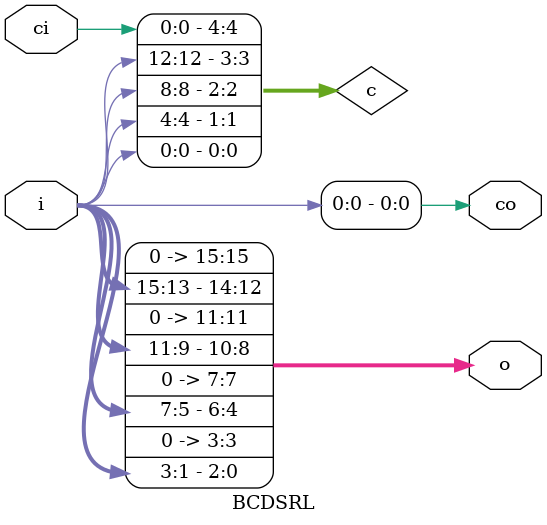
<source format=sv>
`timescale 1ns / 1ps

module BCDAddNyb(ci,a,b,o,c);
input ci;		// carry input
input [3:0] a;
input [3:0] b;
output [3:0] o;
output c;

wire c0;

reg [4:0] hsN0;
always  @*
begin
	hsN0 = a[3:0] + b[3:0] + ci;
	if (hsN0 > 5'd9)
		hsN0 = hsN0 + 3'd6;
end		
assign o = hsN0[3:0];
assign c = hsN0[4];

endmodule

module BCDAdd(ci,a,b,o,c);
input ci;		// carry input
input [7:0] a;
input [7:0] b;
output [7:0] o;
output c;

wire c0,c1;

wire [4:0] hsN0 = a[3:0] + b[3:0] + ci;
wire [4:0] hsN1 = a[7:4] + b[7:4] + c0;

BCDAddAdjust u1 (hsN0,o[3:0],c0);
BCDAddAdjust u2 (hsN1,o[7:4],c);

endmodule

module BCDAdd4(ci,a,b,o,c,c8);
input ci;		// carry input
input [15:0] a;
input [15:0] b;
output [15:0] o;
output c;
output c8;

wire c0,c1,c2;
assign c8 = c1;

wire [4:0] hsN0 = a[3:0] + b[3:0] + ci;
wire [4:0] hsN1 = a[7:4] + b[7:4] + c0;
wire [4:0] hsN2 = a[11:8] + b[11:8] + c1;
wire [4:0] hsN3 = a[15:12] + b[15:12] + c2;

BCDAddAdjust u1 (hsN0,o[3:0],c0);
BCDAddAdjust u2 (hsN1,o[7:4],c1);
BCDAddAdjust u3 (hsN2,o[11:8],c2);
BCDAddAdjust u4 (hsN3,o[15:12],c);

endmodule

module BCDAddNClk(clk,ci,a,b,o,co);
parameter N=25;
input clk;
input ci;
input [N*4-1:0] a;
input [N*4-1:0] b;
output reg [N*4-1:0] o;
output reg co;

reg [N-1:0] cg;
wire [N*4-1:0] s;
reg [N*4-1:0] on [0:3];
reg [3:0] cn;

genvar g;
generate begin :gAdd
	for (g = 0; g < N; g = g + 1) begin : gaddloop
	BCDAddNyb u1 (
		.ci(g==0 ? ci : cg[g-1]),
		.a(a[g*4+3:g*4]),
		.b(b[g*4+3:g*4]),
		.o(s[g*4+3:g*4]),
		.c(cg[g])
	);
	end
end
endgenerate

always_ff @(posedge clk)
	on[0] <= s;
always_ff @(posedge clk)
	on[1] <= on[0];
always_ff @(posedge clk)
	on[2] <= on[1];
always_ff @(posedge clk)
	o <= on[2];
always_ff @(posedge clk)
	cn[0] <= cg[N-1];
always_ff @(posedge clk)
	cn[1] <= cn[0];
always_ff @(posedge clk)
	cn[2] <= cn[1];
always_ff @(posedge clk)
	co <= cn[2];

endmodule

module BCDAddN(ci,a,b,o,co);
parameter N=25;
input ci;
input [N*4-1:0] a;
input [N*4-1:0] b;
output [N*4-1:0] o;
output co;

reg [N-1:0] cg;
wire [N*4-1:0] s;

genvar g;
generate begin :gAdd
	for (g = 0; g < N; g = g + 1) begin : gaddloop
	BCDAddNyb u1 (
		.ci(g==0 ? ci : cg[g-1]),
		.a(a[g*4+3:g*4]),
		.b(b[g*4+3:g*4]),
		.o(s[g*4+3:g*4]),
		.c(cg[g])
	);
	end
end
endgenerate

assign o = s;
assign co = cg[N-1];

endmodule

/*
module BCDAddN(ci,a,b,o,co);
parameter N=24;
input ci;		// carry input
input [N*4-1:0] a;
input [N*4-1:0] b;
output [N*4-1:0] o;
output co;

genvar g;
generate begin : gBCDAddN
reg [4:0] hsN [0:N-1];
wire [N:0] c;

assign c[0] = ci;
assign co = c[N];

for (g = 0; g < N; g = g + 1)
	always @*
		hsN[g] = a[g*4+3:g*4] + b[g*4+3:g*4] + c[g];

for (g = 0; g < N; g = g + 1)
	BCDAddAdjust u1 (hsN[g],o[g*4+3:g*4],c[g+1]);
end
endgenerate

endmodule
*/
module BCDAddAdjust(i,o,c);
input [4:0] i;
output [3:0] o;
reg [3:0] o;
output c;
reg c;
always @(i)
case(i)
5'h0: begin o = 4'h0; c = 1'b0; end
5'h1: begin o = 4'h1; c = 1'b0; end
5'h2: begin o = 4'h2; c = 1'b0; end
5'h3: begin o = 4'h3; c = 1'b0; end
5'h4: begin o = 4'h4; c = 1'b0; end
5'h5: begin o = 4'h5; c = 1'b0; end
5'h6: begin o = 4'h6; c = 1'b0; end
5'h7: begin o = 4'h7; c = 1'b0; end
5'h8: begin o = 4'h8; c = 1'b0; end
5'h9: begin o = 4'h9; c = 1'b0; end
5'hA: begin o = 4'h0; c = 1'b1; end
5'hB: begin o = 4'h1; c = 1'b1; end
5'hC: begin o = 4'h2; c = 1'b1; end
5'hD: begin o = 4'h3; c = 1'b1; end
5'hE: begin o = 4'h4; c = 1'b1; end
5'hF: begin o = 4'h5; c = 1'b1; end
5'h10:	begin o = 4'h6; c = 1'b1; end
5'h11:	begin o = 4'h7; c = 1'b1; end
5'h12:	begin o = 4'h8; c = 1'b1; end
5'h13:	begin o = 4'h9; c = 1'b1; end
default:	begin o = 4'h9; c = 1'b1; end
endcase
endmodule

module BCDSubAdjust(i,o,c);
input [4:0] i;
output [3:0] o;
reg [3:0] o;
output c;
reg c;
always @(i)
case(i)
5'h0: begin o = 4'h0; c = 1'b0; end
5'h1: begin o = 4'h1; c = 1'b0; end
5'h2: begin o = 4'h2; c = 1'b0; end
5'h3: begin o = 4'h3; c = 1'b0; end
5'h4: begin o = 4'h4; c = 1'b0; end
5'h5: begin o = 4'h5; c = 1'b0; end
5'h6: begin o = 4'h6; c = 1'b0; end
5'h7: begin o = 4'h7; c = 1'b0; end
5'h8: begin o = 4'h8; c = 1'b0; end
5'h9: begin o = 4'h9; c = 1'b0; end
5'h16: begin o = 4'h0; c = 1'b1; end
5'h17: begin o = 4'h1; c = 1'b1; end
5'h18: begin o = 4'h2; c = 1'b1; end
5'h19: begin o = 4'h3; c = 1'b1; end
5'h1A: begin o = 4'h4; c = 1'b1; end
5'h1B: begin o = 4'h5; c = 1'b1; end
5'h1C: begin o = 4'h6; c = 1'b1; end
5'h1D: begin o = 4'h7; c = 1'b1; end
5'h1E: begin o = 4'h8; c = 1'b1; end
5'h1F: begin o = 4'h9; c = 1'b1; end
default: begin o = 4'h9; c = 1'b1; end
endcase
endmodule

// Multiply two BCD digits
// Method used is table lookup
module BCDMul1(a,b,o);
input [3:0] a;
input [3:0] b;
output [7:0] o;
reg [7:0] o;

always @(a or b)
casex({a,b})
8'h00: o = 8'h00;
8'h01: o = 8'h00;
8'h02: o = 8'h00;
8'h03: o = 8'h00;
8'h04: o = 8'h00;
8'h05: o = 8'h00;
8'h06: o = 8'h00;
8'h07: o = 8'h00;
8'h08: o = 8'h00;
8'h09: o = 8'h00;
8'h10: o = 8'h00;
8'h11: o = 8'h01;
8'h12: o = 8'h02;
8'h13: o = 8'h03;
8'h14: o = 8'h04;
8'h15: o = 8'h05;
8'h16: o = 8'h06;
8'h17: o = 8'h07;
8'h18: o = 8'h08;
8'h19: o = 8'h09;
8'h20: o = 8'h00;
8'h21: o = 8'h02;
8'h22: o = 8'h04;
8'h23: o = 8'h06;
8'h24: o = 8'h08;
8'h25: o = 8'h10;
8'h26: o = 8'h12;
8'h27: o = 8'h14;
8'h28: o = 8'h16;
8'h29: o = 8'h18;
8'h30: o = 8'h00;
8'h31: o = 8'h03;
8'h32: o = 8'h06;
8'h33: o = 8'h09;
8'h34: o = 8'h12;
8'h35: o = 8'h15;
8'h36: o = 8'h18;
8'h37: o = 8'h21;
8'h38: o = 8'h24;
8'h39: o = 8'h27;
8'h40: o = 8'h00;
8'h41: o = 8'h04;
8'h42: o = 8'h08;
8'h43: o = 8'h12;
8'h44: o = 8'h16;
8'h45: o = 8'h20;
8'h46: o = 8'h24;
8'h47: o = 8'h28;
8'h48: o = 8'h32;
8'h49: o = 8'h36;
8'h50: o = 8'h00;
8'h51: o = 8'h05;
8'h52: o = 8'h10;
8'h53: o = 8'h15;
8'h54: o = 8'h20;
8'h55: o = 8'h25;
8'h56: o = 8'h30;
8'h57: o = 8'h35;
8'h58: o = 8'h40;
8'h59: o = 8'h45;
8'h60: o = 8'h00;
8'h61: o = 8'h06;
8'h62: o = 8'h12;
8'h63: o = 8'h18;
8'h64: o = 8'h24;
8'h65: o = 8'h30;
8'h66: o = 8'h36;
8'h67: o = 8'h42;
8'h68: o = 8'h48;
8'h69: o = 8'h54;
8'h70: o = 8'h00;
8'h71: o = 8'h07;
8'h72: o = 8'h14;
8'h73: o = 8'h21;
8'h74: o = 8'h28;
8'h75: o = 8'h35;
8'h76: o = 8'h42;
8'h77: o = 8'h49;
8'h78: o = 8'h56;
8'h79: o = 8'h63;
8'h80: o = 8'h00;
8'h81: o = 8'h08;
8'h82: o = 8'h16;
8'h83: o = 8'h24;
8'h84: o = 8'h32;
8'h85: o = 8'h40;
8'h86: o = 8'h48;
8'h87: o = 8'h56;
8'h88: o = 8'h64;
8'h89: o = 8'h72;
8'h90: o = 8'h00;
8'h91: o = 8'h09;
8'h92: o = 8'h18;
8'h93: o = 8'h27;
8'h94: o = 8'h36;
8'h95: o = 8'h45;
8'h96: o = 8'h54;
8'h97: o = 8'h63;
8'h98: o = 8'h72;
8'h99: o = 8'h81;
default:	o = 8'h00;
endcase
endmodule


// Multiply two pairs of BCD digits
// handles from 0x0 to 99x99
module BCDMul2(a,b,o);
input [7:0] a;
input [7:0] b;
output [15:0] o;

wire [7:0] p1,p2,p3,p4;
wire [15:0] s1;

BCDMul1 u1 (a[3:0],b[3:0],p1);
BCDMul1 u2 (a[7:4],b[3:0],p2);
BCDMul1 u3 (a[3:0],b[7:4],p3);
BCDMul1 u4 (a[7:4],b[7:4],p4);

BCDAdd4 u5 (1'b0,{p4,p1},{4'h0,p2,4'h0},s1);
BCDAdd4 u6 (1'b0,s1,{4'h0,p3,4'h0},o);

endmodule

module BCDMul4(a,b,o);
input [15:0] a;
input [15:0] b;
output [31:0] o;

wire [15:0] p1,p2,p3,p4;
wire [31:0] s1;

BCDMul2 u1 (a[7:0],b[7:0],p1);
BCDMul2 u2 (a[15:8],b[7:0],p2);
BCDMul2 u3 (a[7:0],b[15:8],p3);
BCDMul2 u4 (a[15:8],b[15:8],p4);

BCDAddN #(.N(8)) u5 (1'b0,{p4,p1},{8'h0,p2,8'h0},s1);
BCDAddN #(.N(8)) u6 (1'b0,s1,{8'h0,p3,8'h0},o);

endmodule

module BCDMul8(a,b,o);
input [31:0] a;
input [31:0] b;
output [63:0] o;

wire [31:0] p1,p2,p3,p4;
wire [63:0] s1;

BCDMul4 u1 (a[15:0],b[15:0],p1);
BCDMul4 u2 (a[31:16],b[15:0],p2);
BCDMul4 u3 (a[15:0],b[31:16],p3);
BCDMul4 u4 (a[31:16],b[31:16],p4);

BCDAddN #(.N(16)) u5 (1'b0,{p4,p1},{16'h0,p2,16'h0},s1);
BCDAddN #(.N(16)) u6 (1'b0,s1,{16'h0,p3,16'h0},o);

endmodule

module BCDMul16(a,b,o);
input [63:0] a;
input [63:0] b;
output [127:0] o;

wire [63:0] p1,p2,p3,p4;
wire [127:0] s1;

BCDMul8 u1 (a[31:0],b[31:0],p1);
BCDMul8 u2 (a[63:32],b[31:0],p2);
BCDMul8 u3 (a[31:0],b[63:32],p3);
BCDMul8 u4 (a[63:32],b[63:32],p4);

BCDAddN #(.N(32)) u5 (1'b0,{p4,p1},{32'h0,p2,32'h0},s1);
BCDAddN #(.N(32)) u6 (1'b0,s1,{32'h0,p3,32'h0},o);

endmodule

module BCDMul32(a,b,o);
input [127:0] a;
input [127:0] b;
output [255:0] o;

wire [127:0] p1,p2,p3,p4;
wire [255:0] s1;

BCDMul16 u1 (a[63:0],b[63:0],p1);
BCDMul16 u2 (a[127:64],b[63:0],p2);
BCDMul16 u3 (a[63:0],b[127:64],p3);
BCDMul16 u4 (a[127:64],b[127:64],p4);

BCDAddN #(.N(64)) u5 (1'b0,{p4,p1},{64'h0,p2,64'h0},s1);
BCDAddN #(.N(64)) u6 (1'b0,s1,{64'h0,p3,64'h0},o);

endmodule

module BCDMul_tb();

wire [15:0] o1,o2,o3,o4;

BCDMul2 u1 (8'h00,8'h00,o1);
BCDMul2 u2 (8'h99,8'h99,o2);
BCDMul2 u3 (8'h25,8'h18,o3);
BCDMul2 u4 (8'h37,8'h21,o4);

endmodule

module BinToBCD(i, o);
input [7:0] i;
output [11:0] o;

reg [11:0] tbl [0:255];

genvar g;
generate begin : gTbl
reg [3:0] n0 [0:255];
reg [3:0] n1 [0:255];
reg [3:0] n2 [0:255];

for (g = 0; g < 256; g = g + 1) begin : nloop
	initial begin
		n0[g] = g % 10;
		n1[g] = g / 10;
		n2[g] = g / 100;
		tbl[g] <= {n2[g],n1[g],n0[g]};
	end
end

assign o = tbl[i];

end
endgenerate

endmodule

// Perform a logical shift to the right.
module BCDSRL(ci, i, o, co);
parameter N=4;
input ci;
input [N*4-1:0] i;
output reg [N*4-1:0] o;
output co;

reg [N:0] c;

genvar g;
generate begin
always @*
	c[N] = ci;
for (g = N - 1; g >= 0; g = g - 1) begin : cnloop
always @*
	c[g] = i[g*4];
end
for (g = N - 1; g >= 0; g = g - 1) begin : oloop
always @*
begin
	o[g*4+3:g*4] = {1'b0,i[g*4+3:g*4+1]};
	// Because there is a divide by two, the value will range between 0 and 4.
	// Adding 5 keeps it within deicmal boundaries of 0 to 9. No carry can be
	// generated
	if (c[N+1])
		o[g*4+3:g*4] = o[g*4+3:g*4] + 4'd5;
end
end
	assign co = c[0];
end
endgenerate

endmodule

</source>
